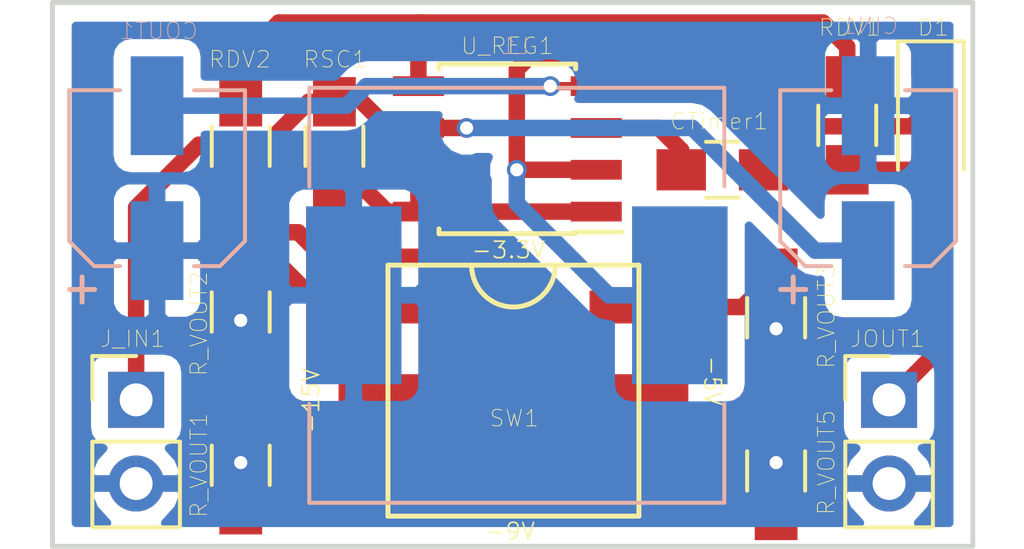
<source format=kicad_pcb>
(kicad_pcb (version 4) (host pcbnew 4.0.7)

  (general
    (links 30)
    (no_connects 0)
    (area 113.997381 60.884999 146.35262 78.97)
    (thickness 1.6)
    (drawings 8)
    (tracks 103)
    (zones 0)
    (modules 16)
    (nets 13)
  )

  (page A4)
  (title_block
    (title "Breadboard MC34063-based Inverting Regulator")
    (date 2018-06-24)
    (rev A)
    (comment 1 "Generates a regulated voltage output in opposite polarity to the input voltage")
    (comment 2 "Selectable Voltages: 3.3V, 5V, 9V, 15V")
  )

  (layers
    (0 F.Cu signal)
    (31 B.Cu signal)
    (32 B.Adhes user hide)
    (33 F.Adhes user hide)
    (34 B.Paste user hide)
    (35 F.Paste user hide)
    (36 B.SilkS user)
    (37 F.SilkS user)
    (38 B.Mask user)
    (39 F.Mask user)
    (40 Dwgs.User user hide)
    (41 Cmts.User user hide)
    (42 Eco1.User user hide)
    (43 Eco2.User user hide)
    (44 Edge.Cuts user)
    (45 Margin user hide)
    (46 B.CrtYd user hide)
    (47 F.CrtYd user hide)
    (48 B.Fab user hide)
    (49 F.Fab user hide)
  )

  (setup
    (last_trace_width 0.5)
    (user_trace_width 0.5)
    (user_trace_width 0.75)
    (user_trace_width 1)
    (trace_clearance 0.2)
    (zone_clearance 0.508)
    (zone_45_only no)
    (trace_min 0.2)
    (segment_width 0.2)
    (edge_width 0.15)
    (via_size 0.6)
    (via_drill 0.4)
    (via_min_size 0.4)
    (via_min_drill 0.3)
    (uvia_size 0.3)
    (uvia_drill 0.1)
    (uvias_allowed no)
    (uvia_min_size 0.2)
    (uvia_min_drill 0.1)
    (pcb_text_width 0.3)
    (pcb_text_size 1.5 1.5)
    (mod_edge_width 0.15)
    (mod_text_size 0.5 0.5)
    (mod_text_width 0.025)
    (pad_size 1.524 1.524)
    (pad_drill 0.762)
    (pad_to_mask_clearance 0.2)
    (aux_axis_origin 0 0)
    (visible_elements 7FFEFFFF)
    (pcbplotparams
      (layerselection 0x010f0_80000001)
      (usegerberextensions false)
      (excludeedgelayer true)
      (linewidth 0.100000)
      (plotframeref false)
      (viasonmask false)
      (mode 1)
      (useauxorigin false)
      (hpglpennumber 1)
      (hpglpenspeed 20)
      (hpglpendiameter 15)
      (hpglpenoverlay 2)
      (psnegative false)
      (psa4output false)
      (plotreference true)
      (plotvalue true)
      (plotinvisibletext false)
      (padsonsilk false)
      (subtractmaskfromsilk false)
      (outputformat 1)
      (mirror false)
      (drillshape 0)
      (scaleselection 1)
      (outputdirectory GERBERS/))
  )

  (net 0 "")
  (net 1 "Net-(CIN1-Pad1)")
  (net 2 /GND)
  (net 3 /VNEG)
  (net 4 "Net-(CTimer1-Pad2)")
  (net 5 "Net-(D1-Pad1)")
  (net 6 "Net-(RDV1-Pad1)")
  (net 7 "Net-(RDV2-Pad2)")
  (net 8 "Net-(RSC1-Pad1)")
  (net 9 "Net-(R_VOUT1-Pad1)")
  (net 10 "Net-(R_VOUT2-Pad1)")
  (net 11 "Net-(R_VOUT3-Pad1)")
  (net 12 "Net-(R_VOUT5-Pad1)")

  (net_class Default "This is the default net class."
    (clearance 0.2)
    (trace_width 0.25)
    (via_dia 0.6)
    (via_drill 0.4)
    (uvia_dia 0.3)
    (uvia_drill 0.1)
    (add_net /GND)
    (add_net /VNEG)
    (add_net "Net-(CIN1-Pad1)")
    (add_net "Net-(CTimer1-Pad2)")
    (add_net "Net-(D1-Pad1)")
    (add_net "Net-(RDV1-Pad1)")
    (add_net "Net-(RDV2-Pad2)")
    (add_net "Net-(RSC1-Pad1)")
    (add_net "Net-(R_VOUT1-Pad1)")
    (add_net "Net-(R_VOUT2-Pad1)")
    (add_net "Net-(R_VOUT3-Pad1)")
    (add_net "Net-(R_VOUT5-Pad1)")
  )

  (module Capacitors_SMD:CP_Elec_5x5.8 (layer B.Cu) (tedit 58AA8B00) (tstamp 5B2FBFC9)
    (at 119.38 66.294 90)
    (descr "SMT capacitor, aluminium electrolytic, 5x5.8")
    (path /5B26D266)
    (attr smd)
    (fp_text reference COUT1 (at 4.4704 0.0508 180) (layer B.SilkS)
      (effects (font (size 0.5 0.5) (thickness 0.025)) (justify mirror))
    )
    (fp_text value 100uF (at 0 3.92 90) (layer B.Fab)
      (effects (font (size 1 1) (thickness 0.15)) (justify mirror))
    )
    (fp_circle (center 0 0) (end 0.1 -2.4) (layer B.Fab) (width 0.1))
    (fp_text user + (at -1.38 0.06 90) (layer B.Fab)
      (effects (font (size 1 1) (thickness 0.15)) (justify mirror))
    )
    (fp_text user + (at -3.38 -2.35 90) (layer B.SilkS)
      (effects (font (size 1 1) (thickness 0.15)) (justify mirror))
    )
    (fp_text user %R (at 0 -3.92 90) (layer B.Fab)
      (effects (font (size 1 1) (thickness 0.15)) (justify mirror))
    )
    (fp_line (start 2.51 -2.51) (end 2.51 2.51) (layer B.Fab) (width 0.1))
    (fp_line (start -1.84 -2.51) (end 2.51 -2.51) (layer B.Fab) (width 0.1))
    (fp_line (start -2.51 -1.84) (end -1.84 -2.51) (layer B.Fab) (width 0.1))
    (fp_line (start -2.51 1.84) (end -2.51 -1.84) (layer B.Fab) (width 0.1))
    (fp_line (start -1.84 2.51) (end -2.51 1.84) (layer B.Fab) (width 0.1))
    (fp_line (start 2.51 2.51) (end -1.84 2.51) (layer B.Fab) (width 0.1))
    (fp_line (start 2.67 -2.67) (end 2.67 -1.12) (layer B.SilkS) (width 0.12))
    (fp_line (start 2.67 2.67) (end 2.67 1.12) (layer B.SilkS) (width 0.12))
    (fp_line (start -2.67 -1.91) (end -2.67 -1.12) (layer B.SilkS) (width 0.12))
    (fp_line (start -2.67 1.91) (end -2.67 1.12) (layer B.SilkS) (width 0.12))
    (fp_line (start 2.67 2.67) (end -1.91 2.67) (layer B.SilkS) (width 0.12))
    (fp_line (start -1.91 2.67) (end -2.67 1.91) (layer B.SilkS) (width 0.12))
    (fp_line (start -2.67 -1.91) (end -1.91 -2.67) (layer B.SilkS) (width 0.12))
    (fp_line (start -1.91 -2.67) (end 2.67 -2.67) (layer B.SilkS) (width 0.12))
    (fp_line (start -3.95 2.77) (end 3.95 2.77) (layer B.CrtYd) (width 0.05))
    (fp_line (start -3.95 2.77) (end -3.95 -2.76) (layer B.CrtYd) (width 0.05))
    (fp_line (start 3.95 -2.76) (end 3.95 2.77) (layer B.CrtYd) (width 0.05))
    (fp_line (start 3.95 -2.76) (end -3.95 -2.76) (layer B.CrtYd) (width 0.05))
    (pad 1 smd rect (at -2.2 0 270) (size 3 1.6) (layers B.Cu B.Paste B.Mask)
      (net 2 /GND))
    (pad 2 smd rect (at 2.2 0 270) (size 3 1.6) (layers B.Cu B.Paste B.Mask)
      (net 3 /VNEG))
    (model Capacitors_SMD.3dshapes/CP_Elec_5x5.8.wrl
      (at (xyz 0 0 0))
      (scale (xyz 1 1 1))
      (rotate (xyz 0 0 180))
    )
  )

  (module Housings_SOIC:SOIC-8_3.9x4.9mm_Pitch1.27mm (layer F.Cu) (tedit 5B2FC46E) (tstamp 5B2FC033)
    (at 130.015 65.405 180)
    (descr "8-Lead Plastic Small Outline (SN) - Narrow, 3.90 mm Body [SOIC] (see Microchip Packaging Specification 00000049BS.pdf)")
    (tags "SOIC 1.27")
    (path /5B26D1A3)
    (attr smd)
    (fp_text reference U_REG1 (at 0 3.1242 180) (layer F.SilkS)
      (effects (font (size 0.5 0.5) (thickness 0.025)))
    )
    (fp_text value MC34063 (at 0 3.5 180) (layer F.Fab)
      (effects (font (size 1 1) (thickness 0.15)))
    )
    (fp_text user %R (at -4.92 -6.985 180) (layer F.Fab) hide
      (effects (font (size 1 1) (thickness 0.15)))
    )
    (fp_line (start -0.95 -2.45) (end 1.95 -2.45) (layer F.Fab) (width 0.1))
    (fp_line (start 1.95 -2.45) (end 1.95 2.45) (layer F.Fab) (width 0.1))
    (fp_line (start 1.95 2.45) (end -1.95 2.45) (layer F.Fab) (width 0.1))
    (fp_line (start -1.95 2.45) (end -1.95 -1.45) (layer F.Fab) (width 0.1))
    (fp_line (start -1.95 -1.45) (end -0.95 -2.45) (layer F.Fab) (width 0.1))
    (fp_line (start -3.73 -2.7) (end -3.73 2.7) (layer F.CrtYd) (width 0.05))
    (fp_line (start 3.73 -2.7) (end 3.73 2.7) (layer F.CrtYd) (width 0.05))
    (fp_line (start -3.73 -2.7) (end 3.73 -2.7) (layer F.CrtYd) (width 0.05))
    (fp_line (start -3.73 2.7) (end 3.73 2.7) (layer F.CrtYd) (width 0.05))
    (fp_line (start -2.075 -2.575) (end -2.075 -2.525) (layer F.SilkS) (width 0.15))
    (fp_line (start 2.075 -2.575) (end 2.075 -2.43) (layer F.SilkS) (width 0.15))
    (fp_line (start 2.075 2.575) (end 2.075 2.43) (layer F.SilkS) (width 0.15))
    (fp_line (start -2.075 2.575) (end -2.075 2.43) (layer F.SilkS) (width 0.15))
    (fp_line (start -2.075 -2.575) (end 2.075 -2.575) (layer F.SilkS) (width 0.15))
    (fp_line (start -2.075 2.575) (end 2.075 2.575) (layer F.SilkS) (width 0.15))
    (fp_line (start -2.075 -2.525) (end -3.475 -2.525) (layer F.SilkS) (width 0.15))
    (pad 1 smd rect (at -2.7 -1.905 180) (size 1.55 0.6) (layers F.Cu F.Paste F.Mask)
      (net 8 "Net-(RSC1-Pad1)"))
    (pad 2 smd rect (at -2.7 -0.635 180) (size 1.55 0.6) (layers F.Cu F.Paste F.Mask)
      (net 5 "Net-(D1-Pad1)"))
    (pad 3 smd rect (at -2.7 0.635 180) (size 1.55 0.6) (layers F.Cu F.Paste F.Mask)
      (net 4 "Net-(CTimer1-Pad2)"))
    (pad 4 smd rect (at -2.7 1.905 180) (size 1.55 0.6) (layers F.Cu F.Paste F.Mask)
      (net 3 /VNEG))
    (pad 5 smd rect (at 2.7 1.905 180) (size 1.55 0.6) (layers F.Cu F.Paste F.Mask)
      (net 6 "Net-(RDV1-Pad1)"))
    (pad 6 smd rect (at 2.7 0.635 180) (size 1.55 0.6) (layers F.Cu F.Paste F.Mask)
      (net 1 "Net-(CIN1-Pad1)"))
    (pad 7 smd rect (at 2.7 -0.635 180) (size 1.55 0.6) (layers F.Cu F.Paste F.Mask)
      (net 8 "Net-(RSC1-Pad1)"))
    (pad 8 smd rect (at 2.7 -1.905 180) (size 1.55 0.6) (layers F.Cu F.Paste F.Mask)
      (net 8 "Net-(RSC1-Pad1)"))
    (model ${KISYS3DMOD}/Housings_SOIC.3dshapes/SOIC-8_3.9x4.9mm_Pitch1.27mm.wrl
      (at (xyz 0 0 0))
      (scale (xyz 1 1 1))
      (rotate (xyz 0 0 0))
    )
  )

  (module Capacitors_SMD:CP_Elec_5x5.8 (layer B.Cu) (tedit 58AA8B00) (tstamp 5B2FBFC3)
    (at 140.97 66.294 90)
    (descr "SMT capacitor, aluminium electrolytic, 5x5.8")
    (path /5B26DA41)
    (attr smd)
    (fp_text reference CIN1 (at 4.6228 0.0508 180) (layer B.SilkS)
      (effects (font (size 0.5 0.5) (thickness 0.025)) (justify mirror))
    )
    (fp_text value 100uF (at 0 3.92 90) (layer B.Fab)
      (effects (font (size 1 1) (thickness 0.15)) (justify mirror))
    )
    (fp_circle (center 0 0) (end 0.1 -2.4) (layer B.Fab) (width 0.1))
    (fp_text user + (at -1.38 0.06 90) (layer B.Fab)
      (effects (font (size 1 1) (thickness 0.15)) (justify mirror))
    )
    (fp_text user + (at -3.38 -2.35 90) (layer B.SilkS)
      (effects (font (size 1 1) (thickness 0.15)) (justify mirror))
    )
    (fp_text user %R (at 0 -3.92 90) (layer B.Fab)
      (effects (font (size 1 1) (thickness 0.15)) (justify mirror))
    )
    (fp_line (start 2.51 -2.51) (end 2.51 2.51) (layer B.Fab) (width 0.1))
    (fp_line (start -1.84 -2.51) (end 2.51 -2.51) (layer B.Fab) (width 0.1))
    (fp_line (start -2.51 -1.84) (end -1.84 -2.51) (layer B.Fab) (width 0.1))
    (fp_line (start -2.51 1.84) (end -2.51 -1.84) (layer B.Fab) (width 0.1))
    (fp_line (start -1.84 2.51) (end -2.51 1.84) (layer B.Fab) (width 0.1))
    (fp_line (start 2.51 2.51) (end -1.84 2.51) (layer B.Fab) (width 0.1))
    (fp_line (start 2.67 -2.67) (end 2.67 -1.12) (layer B.SilkS) (width 0.12))
    (fp_line (start 2.67 2.67) (end 2.67 1.12) (layer B.SilkS) (width 0.12))
    (fp_line (start -2.67 -1.91) (end -2.67 -1.12) (layer B.SilkS) (width 0.12))
    (fp_line (start -2.67 1.91) (end -2.67 1.12) (layer B.SilkS) (width 0.12))
    (fp_line (start 2.67 2.67) (end -1.91 2.67) (layer B.SilkS) (width 0.12))
    (fp_line (start -1.91 2.67) (end -2.67 1.91) (layer B.SilkS) (width 0.12))
    (fp_line (start -2.67 -1.91) (end -1.91 -2.67) (layer B.SilkS) (width 0.12))
    (fp_line (start -1.91 -2.67) (end 2.67 -2.67) (layer B.SilkS) (width 0.12))
    (fp_line (start -3.95 2.77) (end 3.95 2.77) (layer B.CrtYd) (width 0.05))
    (fp_line (start -3.95 2.77) (end -3.95 -2.76) (layer B.CrtYd) (width 0.05))
    (fp_line (start 3.95 -2.76) (end 3.95 2.77) (layer B.CrtYd) (width 0.05))
    (fp_line (start 3.95 -2.76) (end -3.95 -2.76) (layer B.CrtYd) (width 0.05))
    (pad 1 smd rect (at -2.2 0 270) (size 3 1.6) (layers B.Cu B.Paste B.Mask)
      (net 1 "Net-(CIN1-Pad1)"))
    (pad 2 smd rect (at 2.2 0 270) (size 3 1.6) (layers B.Cu B.Paste B.Mask)
      (net 2 /GND))
    (model Capacitors_SMD.3dshapes/CP_Elec_5x5.8.wrl
      (at (xyz 0 0 0))
      (scale (xyz 1 1 1))
      (rotate (xyz 0 0 180))
    )
  )

  (module Capacitors_SMD:C_0805_HandSoldering (layer F.Cu) (tedit 58AA84A8) (tstamp 5B2FBFCF)
    (at 136.545 66.04 180)
    (descr "Capacitor SMD 0805, hand soldering")
    (tags "capacitor 0805")
    (path /5B2FC691)
    (attr smd)
    (fp_text reference CTimer1 (at 0.0962 1.4732 180) (layer F.SilkS)
      (effects (font (size 0.5 0.5) (thickness 0.025)))
    )
    (fp_text value 220pF (at 0 1.75 180) (layer F.Fab)
      (effects (font (size 1 1) (thickness 0.15)))
    )
    (fp_text user %R (at 0 -1.75 180) (layer F.Fab)
      (effects (font (size 1 1) (thickness 0.15)))
    )
    (fp_line (start -1 0.62) (end -1 -0.62) (layer F.Fab) (width 0.1))
    (fp_line (start 1 0.62) (end -1 0.62) (layer F.Fab) (width 0.1))
    (fp_line (start 1 -0.62) (end 1 0.62) (layer F.Fab) (width 0.1))
    (fp_line (start -1 -0.62) (end 1 -0.62) (layer F.Fab) (width 0.1))
    (fp_line (start 0.5 -0.85) (end -0.5 -0.85) (layer F.SilkS) (width 0.12))
    (fp_line (start -0.5 0.85) (end 0.5 0.85) (layer F.SilkS) (width 0.12))
    (fp_line (start -2.25 -0.88) (end 2.25 -0.88) (layer F.CrtYd) (width 0.05))
    (fp_line (start -2.25 -0.88) (end -2.25 0.87) (layer F.CrtYd) (width 0.05))
    (fp_line (start 2.25 0.87) (end 2.25 -0.88) (layer F.CrtYd) (width 0.05))
    (fp_line (start 2.25 0.87) (end -2.25 0.87) (layer F.CrtYd) (width 0.05))
    (pad 1 smd rect (at -1.25 0 180) (size 1.5 1.25) (layers F.Cu F.Paste F.Mask)
      (net 3 /VNEG))
    (pad 2 smd rect (at 1.25 0 180) (size 1.5 1.25) (layers F.Cu F.Paste F.Mask)
      (net 4 "Net-(CTimer1-Pad2)"))
    (model Capacitors_SMD.3dshapes/C_0805.wrl
      (at (xyz 0 0 0))
      (scale (xyz 1 1 1))
      (rotate (xyz 0 0 0))
    )
  )

  (module Diodes_SMD:D_SOD-123 (layer F.Cu) (tedit 58645DC7) (tstamp 5B2FBFD5)
    (at 142.875 64.39 270)
    (descr SOD-123)
    (tags SOD-123)
    (path /5B26D32C)
    (attr smd)
    (fp_text reference D1 (at -2.668 -0.0762 360) (layer F.SilkS)
      (effects (font (size 0.5 0.5) (thickness 0.025)))
    )
    (fp_text value 1N5819 (at 0 2.1 270) (layer F.Fab)
      (effects (font (size 1 1) (thickness 0.15)))
    )
    (fp_text user %R (at 0 -2 270) (layer F.Fab)
      (effects (font (size 1 1) (thickness 0.15)))
    )
    (fp_line (start -2.25 -1) (end -2.25 1) (layer F.SilkS) (width 0.12))
    (fp_line (start 0.25 0) (end 0.75 0) (layer F.Fab) (width 0.1))
    (fp_line (start 0.25 0.4) (end -0.35 0) (layer F.Fab) (width 0.1))
    (fp_line (start 0.25 -0.4) (end 0.25 0.4) (layer F.Fab) (width 0.1))
    (fp_line (start -0.35 0) (end 0.25 -0.4) (layer F.Fab) (width 0.1))
    (fp_line (start -0.35 0) (end -0.35 0.55) (layer F.Fab) (width 0.1))
    (fp_line (start -0.35 0) (end -0.35 -0.55) (layer F.Fab) (width 0.1))
    (fp_line (start -0.75 0) (end -0.35 0) (layer F.Fab) (width 0.1))
    (fp_line (start -1.4 0.9) (end -1.4 -0.9) (layer F.Fab) (width 0.1))
    (fp_line (start 1.4 0.9) (end -1.4 0.9) (layer F.Fab) (width 0.1))
    (fp_line (start 1.4 -0.9) (end 1.4 0.9) (layer F.Fab) (width 0.1))
    (fp_line (start -1.4 -0.9) (end 1.4 -0.9) (layer F.Fab) (width 0.1))
    (fp_line (start -2.35 -1.15) (end 2.35 -1.15) (layer F.CrtYd) (width 0.05))
    (fp_line (start 2.35 -1.15) (end 2.35 1.15) (layer F.CrtYd) (width 0.05))
    (fp_line (start 2.35 1.15) (end -2.35 1.15) (layer F.CrtYd) (width 0.05))
    (fp_line (start -2.35 -1.15) (end -2.35 1.15) (layer F.CrtYd) (width 0.05))
    (fp_line (start -2.25 1) (end 1.65 1) (layer F.SilkS) (width 0.12))
    (fp_line (start -2.25 -1) (end 1.65 -1) (layer F.SilkS) (width 0.12))
    (pad 1 smd rect (at -1.65 0 270) (size 0.9 1.2) (layers F.Cu F.Paste F.Mask)
      (net 5 "Net-(D1-Pad1)"))
    (pad 2 smd rect (at 1.65 0 270) (size 0.9 1.2) (layers F.Cu F.Paste F.Mask)
      (net 3 /VNEG))
    (model ${KISYS3DMOD}/Diodes_SMD.3dshapes/D_SOD-123.wrl
      (at (xyz 0 0 0))
      (scale (xyz 1 1 1))
      (rotate (xyz 0 0 0))
    )
  )

  (module Pin_Headers:Pin_Header_Straight_1x02_Pitch2.54mm (layer F.Cu) (tedit 59650532) (tstamp 5B2FBFDB)
    (at 141.605 73.025)
    (descr "Through hole straight pin header, 1x02, 2.54mm pitch, single row")
    (tags "Through hole pin header THT 1x02 2.54mm single row")
    (path /5B2E7A23)
    (fp_text reference JOUT1 (at -0.0508 -1.8542) (layer F.SilkS)
      (effects (font (size 0.5 0.5) (thickness 0.025)))
    )
    (fp_text value Conn_01x02 (at 0 4.87) (layer F.Fab)
      (effects (font (size 1 1) (thickness 0.15)))
    )
    (fp_line (start -0.635 -1.27) (end 1.27 -1.27) (layer F.Fab) (width 0.1))
    (fp_line (start 1.27 -1.27) (end 1.27 3.81) (layer F.Fab) (width 0.1))
    (fp_line (start 1.27 3.81) (end -1.27 3.81) (layer F.Fab) (width 0.1))
    (fp_line (start -1.27 3.81) (end -1.27 -0.635) (layer F.Fab) (width 0.1))
    (fp_line (start -1.27 -0.635) (end -0.635 -1.27) (layer F.Fab) (width 0.1))
    (fp_line (start -1.33 3.87) (end 1.33 3.87) (layer F.SilkS) (width 0.12))
    (fp_line (start -1.33 1.27) (end -1.33 3.87) (layer F.SilkS) (width 0.12))
    (fp_line (start 1.33 1.27) (end 1.33 3.87) (layer F.SilkS) (width 0.12))
    (fp_line (start -1.33 1.27) (end 1.33 1.27) (layer F.SilkS) (width 0.12))
    (fp_line (start -1.33 0) (end -1.33 -1.33) (layer F.SilkS) (width 0.12))
    (fp_line (start -1.33 -1.33) (end 0 -1.33) (layer F.SilkS) (width 0.12))
    (fp_line (start -1.8 -1.8) (end -1.8 4.35) (layer F.CrtYd) (width 0.05))
    (fp_line (start -1.8 4.35) (end 1.8 4.35) (layer F.CrtYd) (width 0.05))
    (fp_line (start 1.8 4.35) (end 1.8 -1.8) (layer F.CrtYd) (width 0.05))
    (fp_line (start 1.8 -1.8) (end -1.8 -1.8) (layer F.CrtYd) (width 0.05))
    (fp_text user %R (at 0 1.27 90) (layer F.Fab)
      (effects (font (size 1 1) (thickness 0.15)))
    )
    (pad 1 thru_hole rect (at 0 0) (size 1.7 1.7) (drill 1) (layers *.Cu *.Mask)
      (net 3 /VNEG))
    (pad 2 thru_hole oval (at 0 2.54) (size 1.7 1.7) (drill 1) (layers *.Cu *.Mask)
      (net 2 /GND))
    (model ${KISYS3DMOD}/Pin_Headers.3dshapes/Pin_Header_Straight_1x02_Pitch2.54mm.wrl
      (at (xyz 0 0 0))
      (scale (xyz 1 1 1))
      (rotate (xyz 0 0 0))
    )
  )

  (module Pin_Headers:Pin_Header_Straight_1x02_Pitch2.54mm (layer F.Cu) (tedit 59650532) (tstamp 5B2FBFE1)
    (at 118.745 73.025)
    (descr "Through hole straight pin header, 1x02, 2.54mm pitch, single row")
    (tags "Through hole pin header THT 1x02 2.54mm single row")
    (path /5B26FC88)
    (fp_text reference J_IN1 (at -0.1016 -1.8542) (layer F.SilkS)
      (effects (font (size 0.5 0.5) (thickness 0.025)))
    )
    (fp_text value Conn_01x02 (at 0 4.87) (layer F.Fab)
      (effects (font (size 1 1) (thickness 0.15)))
    )
    (fp_line (start -0.635 -1.27) (end 1.27 -1.27) (layer F.Fab) (width 0.1))
    (fp_line (start 1.27 -1.27) (end 1.27 3.81) (layer F.Fab) (width 0.1))
    (fp_line (start 1.27 3.81) (end -1.27 3.81) (layer F.Fab) (width 0.1))
    (fp_line (start -1.27 3.81) (end -1.27 -0.635) (layer F.Fab) (width 0.1))
    (fp_line (start -1.27 -0.635) (end -0.635 -1.27) (layer F.Fab) (width 0.1))
    (fp_line (start -1.33 3.87) (end 1.33 3.87) (layer F.SilkS) (width 0.12))
    (fp_line (start -1.33 1.27) (end -1.33 3.87) (layer F.SilkS) (width 0.12))
    (fp_line (start 1.33 1.27) (end 1.33 3.87) (layer F.SilkS) (width 0.12))
    (fp_line (start -1.33 1.27) (end 1.33 1.27) (layer F.SilkS) (width 0.12))
    (fp_line (start -1.33 0) (end -1.33 -1.33) (layer F.SilkS) (width 0.12))
    (fp_line (start -1.33 -1.33) (end 0 -1.33) (layer F.SilkS) (width 0.12))
    (fp_line (start -1.8 -1.8) (end -1.8 4.35) (layer F.CrtYd) (width 0.05))
    (fp_line (start -1.8 4.35) (end 1.8 4.35) (layer F.CrtYd) (width 0.05))
    (fp_line (start 1.8 4.35) (end 1.8 -1.8) (layer F.CrtYd) (width 0.05))
    (fp_line (start 1.8 -1.8) (end -1.8 -1.8) (layer F.CrtYd) (width 0.05))
    (fp_text user %R (at -0.517619 1.27 90) (layer F.Fab)
      (effects (font (size 1 1) (thickness 0.15)))
    )
    (pad 1 thru_hole rect (at 0 0) (size 1.7 1.7) (drill 1) (layers *.Cu *.Mask)
      (net 1 "Net-(CIN1-Pad1)"))
    (pad 2 thru_hole oval (at 0 2.54) (size 1.7 1.7) (drill 1) (layers *.Cu *.Mask)
      (net 2 /GND))
    (model ${KISYS3DMOD}/Pin_Headers.3dshapes/Pin_Header_Straight_1x02_Pitch2.54mm.wrl
      (at (xyz 0 0 0))
      (scale (xyz 1 1 1))
      (rotate (xyz 0 0 0))
    )
  )

  (module Inductors_SMD:L_12x12mm_h8mm (layer B.Cu) (tedit 5990349C) (tstamp 5B2FBFE7)
    (at 130.302 69.85)
    (descr "Choke, SMD, 12x12mm 8mm height")
    (tags "Choke SMD")
    (path /5B26D2FA)
    (attr smd)
    (fp_text reference L1 (at -0.0508 -7.5692) (layer B.SilkS)
      (effects (font (size 0.5 0.5) (thickness 0.025)) (justify mirror))
    )
    (fp_text value 100uH (at 0 -7.6) (layer B.Fab)
      (effects (font (size 1 1) (thickness 0.15)) (justify mirror))
    )
    (fp_text user %R (at 0 0) (layer F.Fab)
      (effects (font (size 1 1) (thickness 0.15)))
    )
    (fp_line (start 6.3 -3.3) (end 6.3 -6.3) (layer B.SilkS) (width 0.12))
    (fp_line (start 6.3 -6.3) (end -6.3 -6.3) (layer B.SilkS) (width 0.12))
    (fp_line (start -6.3 -6.3) (end -6.3 -3.3) (layer B.SilkS) (width 0.12))
    (fp_line (start -6.3 3.3) (end -6.3 6.3) (layer B.SilkS) (width 0.12))
    (fp_line (start -6.3 6.3) (end 6.3 6.3) (layer B.SilkS) (width 0.12))
    (fp_line (start 6.3 6.3) (end 6.3 3.3) (layer B.SilkS) (width 0.12))
    (fp_line (start -6.86 6.6) (end 6.86 6.6) (layer B.CrtYd) (width 0.05))
    (fp_line (start 6.86 6.6) (end 6.86 -6.6) (layer B.CrtYd) (width 0.05))
    (fp_line (start 6.86 -6.6) (end -6.86 -6.6) (layer B.CrtYd) (width 0.05))
    (fp_line (start -6.86 -6.6) (end -6.86 6.6) (layer B.CrtYd) (width 0.05))
    (fp_line (start 4.9 -3.3) (end 5 -3.4) (layer B.Fab) (width 0.1))
    (fp_line (start 5 -3.4) (end 5.1 -3.8) (layer B.Fab) (width 0.1))
    (fp_line (start 5.1 -3.8) (end 5 -4.3) (layer B.Fab) (width 0.1))
    (fp_line (start 5 -4.3) (end 4.8 -4.6) (layer B.Fab) (width 0.1))
    (fp_line (start 4.8 -4.6) (end 4.5 -5) (layer B.Fab) (width 0.1))
    (fp_line (start 4.5 -5) (end 4 -5.1) (layer B.Fab) (width 0.1))
    (fp_line (start 4 -5.1) (end 3.5 -5) (layer B.Fab) (width 0.1))
    (fp_line (start 3.5 -5) (end 3.1 -4.7) (layer B.Fab) (width 0.1))
    (fp_line (start 3.1 -4.7) (end 3 -4.6) (layer B.Fab) (width 0.1))
    (fp_line (start 3 -4.6) (end 2.4 -5) (layer B.Fab) (width 0.1))
    (fp_line (start 2.4 -5) (end 1.6 -5.3) (layer B.Fab) (width 0.1))
    (fp_line (start 1.6 -5.3) (end 0.6 -5.5) (layer B.Fab) (width 0.1))
    (fp_line (start 0.6 -5.5) (end -0.6 -5.5) (layer B.Fab) (width 0.1))
    (fp_line (start -0.6 -5.5) (end -1.5 -5.3) (layer B.Fab) (width 0.1))
    (fp_line (start -1.5 -5.3) (end -2.1 -5.1) (layer B.Fab) (width 0.1))
    (fp_line (start -2.1 -5.1) (end -2.6 -4.9) (layer B.Fab) (width 0.1))
    (fp_line (start -2.6 -4.9) (end -3 -4.7) (layer B.Fab) (width 0.1))
    (fp_line (start -3 -4.7) (end -3.3 -4.9) (layer B.Fab) (width 0.1))
    (fp_line (start -3.3 -4.9) (end -3.9 -5.1) (layer B.Fab) (width 0.1))
    (fp_line (start -3.9 -5.1) (end -4.3 -5) (layer B.Fab) (width 0.1))
    (fp_line (start -4.3 -5) (end -4.6 -4.8) (layer B.Fab) (width 0.1))
    (fp_line (start -4.6 -4.8) (end -4.9 -4.6) (layer B.Fab) (width 0.1))
    (fp_line (start -4.9 -4.6) (end -5.1 -4.1) (layer B.Fab) (width 0.1))
    (fp_line (start -5.1 -4.1) (end -5 -3.6) (layer B.Fab) (width 0.1))
    (fp_line (start -5 -3.6) (end -4.8 -3.2) (layer B.Fab) (width 0.1))
    (fp_line (start 4.9 3.3) (end 5 3.6) (layer B.Fab) (width 0.1))
    (fp_line (start 5 3.6) (end 5.1 4) (layer B.Fab) (width 0.1))
    (fp_line (start 5.1 4) (end 5 4.3) (layer B.Fab) (width 0.1))
    (fp_line (start 5 4.3) (end 4.8 4.7) (layer B.Fab) (width 0.1))
    (fp_line (start 4.8 4.7) (end 4.5 4.9) (layer B.Fab) (width 0.1))
    (fp_line (start 4.5 4.9) (end 4.2 5.1) (layer B.Fab) (width 0.1))
    (fp_line (start 4.2 5.1) (end 3.9 5.1) (layer B.Fab) (width 0.1))
    (fp_line (start 3.9 5.1) (end 3.6 5) (layer B.Fab) (width 0.1))
    (fp_line (start 3.6 5) (end 3.3 4.9) (layer B.Fab) (width 0.1))
    (fp_line (start 3.3 4.9) (end 3 4.6) (layer B.Fab) (width 0.1))
    (fp_line (start 3 4.6) (end 2.6 4.9) (layer B.Fab) (width 0.1))
    (fp_line (start 2.6 4.9) (end 2.2 5.1) (layer B.Fab) (width 0.1))
    (fp_line (start 2.2 5.1) (end 1.7 5.3) (layer B.Fab) (width 0.1))
    (fp_line (start 1.7 5.3) (end 0.9 5.5) (layer B.Fab) (width 0.1))
    (fp_line (start 0.9 5.5) (end 0 5.6) (layer B.Fab) (width 0.1))
    (fp_line (start 0 5.6) (end -0.8 5.5) (layer B.Fab) (width 0.1))
    (fp_line (start -0.8 5.5) (end -1.7 5.3) (layer B.Fab) (width 0.1))
    (fp_line (start -1.7 5.3) (end -2.6 4.9) (layer B.Fab) (width 0.1))
    (fp_line (start -2.6 4.9) (end -3 4.7) (layer B.Fab) (width 0.1))
    (fp_line (start -3 4.7) (end -3.3 4.9) (layer B.Fab) (width 0.1))
    (fp_line (start -3.3 4.9) (end -3.7 5.1) (layer B.Fab) (width 0.1))
    (fp_line (start -3.7 5.1) (end -4.2 5) (layer B.Fab) (width 0.1))
    (fp_line (start -4.2 5) (end -4.6 4.8) (layer B.Fab) (width 0.1))
    (fp_line (start -4.6 4.8) (end -4.9 4.5) (layer B.Fab) (width 0.1))
    (fp_line (start -4.9 4.5) (end -5.1 4) (layer B.Fab) (width 0.1))
    (fp_line (start -5.1 4) (end -5 3.5) (layer B.Fab) (width 0.1))
    (fp_line (start -5 3.5) (end -4.8 3.2) (layer B.Fab) (width 0.1))
    (fp_line (start -6.2 -3.3) (end -6.2 -6.2) (layer B.Fab) (width 0.1))
    (fp_line (start -6.2 -6.2) (end 6.2 -6.2) (layer B.Fab) (width 0.1))
    (fp_line (start 6.2 -6.2) (end 6.2 -3.3) (layer B.Fab) (width 0.1))
    (fp_line (start 6.2 6.2) (end -6.2 6.2) (layer B.Fab) (width 0.1))
    (fp_line (start -6.2 6.2) (end -6.2 3.3) (layer B.Fab) (width 0.1))
    (fp_line (start 6.2 6.2) (end 6.2 3.3) (layer B.Fab) (width 0.1))
    (fp_circle (center 0 0) (end 0.9 0) (layer B.Adhes) (width 0.38))
    (fp_circle (center 0 0) (end 0.55 0) (layer B.Adhes) (width 0.38))
    (fp_circle (center 0 0) (end 0.15 -0.15) (layer B.Adhes) (width 0.38))
    (fp_circle (center -2.1 -3) (end -1.8 -3.25) (layer B.Fab) (width 0.1))
    (pad 1 smd rect (at -4.95 0) (size 2.9 5.4) (layers B.Cu B.Paste B.Mask)
      (net 2 /GND))
    (pad 2 smd rect (at 4.95 0) (size 2.9 5.4) (layers B.Cu B.Paste B.Mask)
      (net 5 "Net-(D1-Pad1)"))
    (model ${KISYS3DMOD}/Inductors_SMD.3dshapes/L_12x12mm_h8mm.wrl
      (at (xyz 0 0 0))
      (scale (xyz 4 4 4))
      (rotate (xyz 0 0 0))
    )
  )

  (module Resistors_SMD:R_0805_HandSoldering (layer F.Cu) (tedit 58E0A804) (tstamp 5B2FBFED)
    (at 140.335 64.69 270)
    (descr "Resistor SMD 0805, hand soldering")
    (tags "resistor 0805")
    (path /5B27085E)
    (attr smd)
    (fp_text reference RDV1 (at -2.968 -0.0762 360) (layer F.SilkS)
      (effects (font (size 0.5 0.5) (thickness 0.025)))
    )
    (fp_text value 10K (at 0 1.75 270) (layer F.Fab)
      (effects (font (size 1 1) (thickness 0.15)))
    )
    (fp_text user %R (at 0 0 270) (layer F.Fab)
      (effects (font (size 0.5 0.5) (thickness 0.075)))
    )
    (fp_line (start -1 0.62) (end -1 -0.62) (layer F.Fab) (width 0.1))
    (fp_line (start 1 0.62) (end -1 0.62) (layer F.Fab) (width 0.1))
    (fp_line (start 1 -0.62) (end 1 0.62) (layer F.Fab) (width 0.1))
    (fp_line (start -1 -0.62) (end 1 -0.62) (layer F.Fab) (width 0.1))
    (fp_line (start 0.6 0.88) (end -0.6 0.88) (layer F.SilkS) (width 0.12))
    (fp_line (start -0.6 -0.88) (end 0.6 -0.88) (layer F.SilkS) (width 0.12))
    (fp_line (start -2.35 -0.9) (end 2.35 -0.9) (layer F.CrtYd) (width 0.05))
    (fp_line (start -2.35 -0.9) (end -2.35 0.9) (layer F.CrtYd) (width 0.05))
    (fp_line (start 2.35 0.9) (end 2.35 -0.9) (layer F.CrtYd) (width 0.05))
    (fp_line (start 2.35 0.9) (end -2.35 0.9) (layer F.CrtYd) (width 0.05))
    (pad 1 smd rect (at -1.35 0 270) (size 1.5 1.3) (layers F.Cu F.Paste F.Mask)
      (net 6 "Net-(RDV1-Pad1)"))
    (pad 2 smd rect (at 1.35 0 270) (size 1.5 1.3) (layers F.Cu F.Paste F.Mask)
      (net 3 /VNEG))
    (model ${KISYS3DMOD}/Resistors_SMD.3dshapes/R_0805.wrl
      (at (xyz 0 0 0))
      (scale (xyz 1 1 1))
      (rotate (xyz 0 0 0))
    )
  )

  (module Resistors_SMD:R_0805_HandSoldering (layer F.Cu) (tedit 58E0A804) (tstamp 5B2FBFF3)
    (at 121.92 65.325 270)
    (descr "Resistor SMD 0805, hand soldering")
    (tags "resistor 0805")
    (path /5B2E8F45)
    (attr smd)
    (fp_text reference RDV2 (at -2.6378 0.0254 360) (layer F.SilkS)
      (effects (font (size 0.5 0.5) (thickness 0.025)))
    )
    (fp_text value 1K (at 0 1.75 270) (layer F.Fab)
      (effects (font (size 1 1) (thickness 0.15)))
    )
    (fp_text user %R (at 0 0 270) (layer F.Fab)
      (effects (font (size 0.5 0.5) (thickness 0.075)))
    )
    (fp_line (start -1 0.62) (end -1 -0.62) (layer F.Fab) (width 0.1))
    (fp_line (start 1 0.62) (end -1 0.62) (layer F.Fab) (width 0.1))
    (fp_line (start 1 -0.62) (end 1 0.62) (layer F.Fab) (width 0.1))
    (fp_line (start -1 -0.62) (end 1 -0.62) (layer F.Fab) (width 0.1))
    (fp_line (start 0.6 0.88) (end -0.6 0.88) (layer F.SilkS) (width 0.12))
    (fp_line (start -0.6 -0.88) (end 0.6 -0.88) (layer F.SilkS) (width 0.12))
    (fp_line (start -2.35 -0.9) (end 2.35 -0.9) (layer F.CrtYd) (width 0.05))
    (fp_line (start -2.35 -0.9) (end -2.35 0.9) (layer F.CrtYd) (width 0.05))
    (fp_line (start 2.35 0.9) (end 2.35 -0.9) (layer F.CrtYd) (width 0.05))
    (fp_line (start 2.35 0.9) (end -2.35 0.9) (layer F.CrtYd) (width 0.05))
    (pad 1 smd rect (at -1.35 0 270) (size 1.5 1.3) (layers F.Cu F.Paste F.Mask)
      (net 6 "Net-(RDV1-Pad1)"))
    (pad 2 smd rect (at 1.35 0 270) (size 1.5 1.3) (layers F.Cu F.Paste F.Mask)
      (net 7 "Net-(RDV2-Pad2)"))
    (model ${KISYS3DMOD}/Resistors_SMD.3dshapes/R_0805.wrl
      (at (xyz 0 0 0))
      (scale (xyz 1 1 1))
      (rotate (xyz 0 0 0))
    )
  )

  (module Resistors_SMD:R_0805_HandSoldering (layer F.Cu) (tedit 58E0A804) (tstamp 5B2FBFF9)
    (at 124.7648 65.325 90)
    (descr "Resistor SMD 0805, hand soldering")
    (tags "resistor 0805")
    (path /5B2FC159)
    (attr smd)
    (fp_text reference RSC1 (at 2.6378 0.0254 180) (layer F.SilkS)
      (effects (font (size 0.5 0.5) (thickness 0.025)))
    )
    (fp_text value 0.5R (at 0 1.75 90) (layer F.Fab)
      (effects (font (size 1 1) (thickness 0.15)))
    )
    (fp_text user %R (at 0 0 90) (layer F.Fab)
      (effects (font (size 0.5 0.5) (thickness 0.075)))
    )
    (fp_line (start -1 0.62) (end -1 -0.62) (layer F.Fab) (width 0.1))
    (fp_line (start 1 0.62) (end -1 0.62) (layer F.Fab) (width 0.1))
    (fp_line (start 1 -0.62) (end 1 0.62) (layer F.Fab) (width 0.1))
    (fp_line (start -1 -0.62) (end 1 -0.62) (layer F.Fab) (width 0.1))
    (fp_line (start 0.6 0.88) (end -0.6 0.88) (layer F.SilkS) (width 0.12))
    (fp_line (start -0.6 -0.88) (end 0.6 -0.88) (layer F.SilkS) (width 0.12))
    (fp_line (start -2.35 -0.9) (end 2.35 -0.9) (layer F.CrtYd) (width 0.05))
    (fp_line (start -2.35 -0.9) (end -2.35 0.9) (layer F.CrtYd) (width 0.05))
    (fp_line (start 2.35 0.9) (end 2.35 -0.9) (layer F.CrtYd) (width 0.05))
    (fp_line (start 2.35 0.9) (end -2.35 0.9) (layer F.CrtYd) (width 0.05))
    (pad 1 smd rect (at -1.35 0 90) (size 1.5 1.3) (layers F.Cu F.Paste F.Mask)
      (net 8 "Net-(RSC1-Pad1)"))
    (pad 2 smd rect (at 1.35 0 90) (size 1.5 1.3) (layers F.Cu F.Paste F.Mask)
      (net 1 "Net-(CIN1-Pad1)"))
    (model ${KISYS3DMOD}/Resistors_SMD.3dshapes/R_0805.wrl
      (at (xyz 0 0 0))
      (scale (xyz 1 1 1))
      (rotate (xyz 0 0 0))
    )
  )

  (module Resistors_SMD:R_0805_HandSoldering (layer F.Cu) (tedit 58E0A804) (tstamp 5B2FBFFF)
    (at 121.92 75.01 90)
    (descr "Resistor SMD 0805, hand soldering")
    (tags "resistor 0805")
    (path /5B2728C1)
    (attr smd)
    (fp_text reference R_VOUT1 (at 0 -1.27 90) (layer F.SilkS)
      (effects (font (size 0.5 0.5) (thickness 0.025)))
    )
    (fp_text value 16K (at 0 1.75 90) (layer F.Fab)
      (effects (font (size 1 1) (thickness 0.15)))
    )
    (fp_text user %R (at 0 0 90) (layer F.Fab)
      (effects (font (size 0.5 0.5) (thickness 0.075)))
    )
    (fp_line (start -1 0.62) (end -1 -0.62) (layer F.Fab) (width 0.1))
    (fp_line (start 1 0.62) (end -1 0.62) (layer F.Fab) (width 0.1))
    (fp_line (start 1 -0.62) (end 1 0.62) (layer F.Fab) (width 0.1))
    (fp_line (start -1 -0.62) (end 1 -0.62) (layer F.Fab) (width 0.1))
    (fp_line (start 0.6 0.88) (end -0.6 0.88) (layer F.SilkS) (width 0.12))
    (fp_line (start -0.6 -0.88) (end 0.6 -0.88) (layer F.SilkS) (width 0.12))
    (fp_line (start -2.35 -0.9) (end 2.35 -0.9) (layer F.CrtYd) (width 0.05))
    (fp_line (start -2.35 -0.9) (end -2.35 0.9) (layer F.CrtYd) (width 0.05))
    (fp_line (start 2.35 0.9) (end 2.35 -0.9) (layer F.CrtYd) (width 0.05))
    (fp_line (start 2.35 0.9) (end -2.35 0.9) (layer F.CrtYd) (width 0.05))
    (pad 1 smd rect (at -1.35 0 90) (size 1.5 1.3) (layers F.Cu F.Paste F.Mask)
      (net 9 "Net-(R_VOUT1-Pad1)"))
    (pad 2 smd rect (at 1.35 0 90) (size 1.5 1.3) (layers F.Cu F.Paste F.Mask)
      (net 2 /GND))
    (model ${KISYS3DMOD}/Resistors_SMD.3dshapes/R_0805.wrl
      (at (xyz 0 0 0))
      (scale (xyz 1 1 1))
      (rotate (xyz 0 0 0))
    )
  )

  (module Resistors_SMD:R_0805_HandSoldering (layer F.Cu) (tedit 58E0A804) (tstamp 5B2FC005)
    (at 121.92 70.358 270)
    (descr "Resistor SMD 0805, hand soldering")
    (tags "resistor 0805")
    (path /5B270D97)
    (attr smd)
    (fp_text reference R_VOUT2 (at 0.3556 1.27 270) (layer F.SilkS)
      (effects (font (size 0.5 0.5) (thickness 0.025)))
    )
    (fp_text value 30K (at 0 1.75 270) (layer F.Fab)
      (effects (font (size 1 1) (thickness 0.15)))
    )
    (fp_text user %R (at 0 0 270) (layer F.Fab)
      (effects (font (size 0.5 0.5) (thickness 0.075)))
    )
    (fp_line (start -1 0.62) (end -1 -0.62) (layer F.Fab) (width 0.1))
    (fp_line (start 1 0.62) (end -1 0.62) (layer F.Fab) (width 0.1))
    (fp_line (start 1 -0.62) (end 1 0.62) (layer F.Fab) (width 0.1))
    (fp_line (start -1 -0.62) (end 1 -0.62) (layer F.Fab) (width 0.1))
    (fp_line (start 0.6 0.88) (end -0.6 0.88) (layer F.SilkS) (width 0.12))
    (fp_line (start -0.6 -0.88) (end 0.6 -0.88) (layer F.SilkS) (width 0.12))
    (fp_line (start -2.35 -0.9) (end 2.35 -0.9) (layer F.CrtYd) (width 0.05))
    (fp_line (start -2.35 -0.9) (end -2.35 0.9) (layer F.CrtYd) (width 0.05))
    (fp_line (start 2.35 0.9) (end 2.35 -0.9) (layer F.CrtYd) (width 0.05))
    (fp_line (start 2.35 0.9) (end -2.35 0.9) (layer F.CrtYd) (width 0.05))
    (pad 1 smd rect (at -1.35 0 270) (size 1.5 1.3) (layers F.Cu F.Paste F.Mask)
      (net 10 "Net-(R_VOUT2-Pad1)"))
    (pad 2 smd rect (at 1.35 0 270) (size 1.5 1.3) (layers F.Cu F.Paste F.Mask)
      (net 2 /GND))
    (model ${KISYS3DMOD}/Resistors_SMD.3dshapes/R_0805.wrl
      (at (xyz 0 0 0))
      (scale (xyz 1 1 1))
      (rotate (xyz 0 0 0))
    )
  )

  (module Resistors_SMD:R_0805_HandSoldering (layer F.Cu) (tedit 58E0A804) (tstamp 5B2FC00B)
    (at 138.176 70.532 270)
    (descr "Resistor SMD 0805, hand soldering")
    (tags "resistor 0805")
    (path /5B270E4C)
    (attr smd)
    (fp_text reference R_VOUT3 (at -0.047 -1.524 270) (layer F.SilkS)
      (effects (font (size 0.5 0.5) (thickness 0.025)))
    )
    (fp_text value 60K (at 0 1.75 270) (layer F.Fab)
      (effects (font (size 1 1) (thickness 0.15)))
    )
    (fp_text user %R (at 0 0 270) (layer F.Fab)
      (effects (font (size 0.5 0.5) (thickness 0.075)))
    )
    (fp_line (start -1 0.62) (end -1 -0.62) (layer F.Fab) (width 0.1))
    (fp_line (start 1 0.62) (end -1 0.62) (layer F.Fab) (width 0.1))
    (fp_line (start 1 -0.62) (end 1 0.62) (layer F.Fab) (width 0.1))
    (fp_line (start -1 -0.62) (end 1 -0.62) (layer F.Fab) (width 0.1))
    (fp_line (start 0.6 0.88) (end -0.6 0.88) (layer F.SilkS) (width 0.12))
    (fp_line (start -0.6 -0.88) (end 0.6 -0.88) (layer F.SilkS) (width 0.12))
    (fp_line (start -2.35 -0.9) (end 2.35 -0.9) (layer F.CrtYd) (width 0.05))
    (fp_line (start -2.35 -0.9) (end -2.35 0.9) (layer F.CrtYd) (width 0.05))
    (fp_line (start 2.35 0.9) (end 2.35 -0.9) (layer F.CrtYd) (width 0.05))
    (fp_line (start 2.35 0.9) (end -2.35 0.9) (layer F.CrtYd) (width 0.05))
    (pad 1 smd rect (at -1.35 0 270) (size 1.5 1.3) (layers F.Cu F.Paste F.Mask)
      (net 11 "Net-(R_VOUT3-Pad1)"))
    (pad 2 smd rect (at 1.35 0 270) (size 1.5 1.3) (layers F.Cu F.Paste F.Mask)
      (net 2 /GND))
    (model ${KISYS3DMOD}/Resistors_SMD.3dshapes/R_0805.wrl
      (at (xyz 0 0 0))
      (scale (xyz 1 1 1))
      (rotate (xyz 0 0 0))
    )
  )

  (module Resistors_SMD:R_0805_HandSoldering (layer F.Cu) (tedit 58E0A804) (tstamp 5B2FC017)
    (at 138.176 75.184 90)
    (descr "Resistor SMD 0805, hand soldering")
    (tags "resistor 0805")
    (path /5B2712C8)
    (attr smd)
    (fp_text reference R_VOUT5 (at 0.254 1.524 270) (layer F.SilkS)
      (effects (font (size 0.5 0.5) (thickness 0.025)))
    )
    (fp_text value 112K (at 0 1.75 90) (layer F.Fab)
      (effects (font (size 1 1) (thickness 0.15)))
    )
    (fp_text user %R (at 0 0 90) (layer F.Fab)
      (effects (font (size 0.5 0.5) (thickness 0.075)))
    )
    (fp_line (start -1 0.62) (end -1 -0.62) (layer F.Fab) (width 0.1))
    (fp_line (start 1 0.62) (end -1 0.62) (layer F.Fab) (width 0.1))
    (fp_line (start 1 -0.62) (end 1 0.62) (layer F.Fab) (width 0.1))
    (fp_line (start -1 -0.62) (end 1 -0.62) (layer F.Fab) (width 0.1))
    (fp_line (start 0.6 0.88) (end -0.6 0.88) (layer F.SilkS) (width 0.12))
    (fp_line (start -0.6 -0.88) (end 0.6 -0.88) (layer F.SilkS) (width 0.12))
    (fp_line (start -2.35 -0.9) (end 2.35 -0.9) (layer F.CrtYd) (width 0.05))
    (fp_line (start -2.35 -0.9) (end -2.35 0.9) (layer F.CrtYd) (width 0.05))
    (fp_line (start 2.35 0.9) (end 2.35 -0.9) (layer F.CrtYd) (width 0.05))
    (fp_line (start 2.35 0.9) (end -2.35 0.9) (layer F.CrtYd) (width 0.05))
    (pad 1 smd rect (at -1.35 0 90) (size 1.5 1.3) (layers F.Cu F.Paste F.Mask)
      (net 12 "Net-(R_VOUT5-Pad1)"))
    (pad 2 smd rect (at 1.35 0 90) (size 1.5 1.3) (layers F.Cu F.Paste F.Mask)
      (net 2 /GND))
    (model ${KISYS3DMOD}/Resistors_SMD.3dshapes/R_0805.wrl
      (at (xyz 0 0 0))
      (scale (xyz 1 1 1))
      (rotate (xyz 0 0 0))
    )
  )

  (module RotarySW_CTS_SERIES_220AD_04_THT_4Position:RotarySW_CTS_SERIES_220AD_04_SMT_4Position (layer F.Cu) (tedit 5B2FC75C) (tstamp 5B2FC9C6)
    (at 130.2004 72.7456)
    (path /5B2E851A)
    (fp_text reference SW1 (at 0.0254 0.8382) (layer F.SilkS)
      (effects (font (size 0.5 0.5) (thickness 0.025)))
    )
    (fp_text value SW_Rotary4 (at -0.0381 -7.62) (layer F.Fab)
      (effects (font (size 1 1) (thickness 0.15)))
    )
    (fp_circle (center 0 0) (end 0 1.5) (layer Dwgs.User) (width 0.15))
    (fp_arc (start 0 -3.81) (end 1.27 -3.81) (angle 180) (layer F.SilkS) (width 0.15))
    (fp_line (start -3.81 3.81) (end -3.81 -3.81) (layer F.SilkS) (width 0.15))
    (fp_line (start 3.81 3.81) (end -3.81 3.81) (layer F.SilkS) (width 0.15))
    (fp_line (start 3.81 -3.81) (end 3.81 3.81) (layer F.SilkS) (width 0.15))
    (fp_line (start -3.81 -3.81) (end 3.81 -3.81) (layer F.SilkS) (width 0.15))
    (pad 4 smd rect (at -3.81 0) (size 3 1) (layers F.Cu F.Paste F.Mask)
      (net 7 "Net-(RDV2-Pad2)"))
    (pad 4 smd rect (at 3.81 0) (size 3 1) (layers F.Cu F.Paste F.Mask)
      (net 7 "Net-(RDV2-Pad2)"))
    (pad 0 smd rect (at -3.81 2.54 180) (size 3 1) (layers F.Cu F.Paste F.Mask)
      (net 9 "Net-(R_VOUT1-Pad1)"))
    (pad 3 smd rect (at 3.81 2.54) (size 3 1) (layers F.Cu F.Paste F.Mask)
      (net 12 "Net-(R_VOUT5-Pad1)"))
    (pad 2 smd rect (at 3.81 -2.54) (size 3 1) (layers F.Cu F.Paste F.Mask)
      (net 11 "Net-(R_VOUT3-Pad1)"))
    (pad 1 smd rect (at -3.81 -2.54) (size 3 1) (layers F.Cu F.Paste F.Mask)
      (net 10 "Net-(R_VOUT2-Pad1)"))
  )

  (gr_text -15V (at 124.0536 73.0504 90) (layer F.SilkS) (tstamp 5B2FD661)
    (effects (font (size 0.5 0.5) (thickness 0.05)))
  )
  (gr_text -9V (at 130.0988 77.0128) (layer F.SilkS) (tstamp 5B2FD660)
    (effects (font (size 0.5 0.5) (thickness 0.05)))
  )
  (gr_text -5V (at 136.2456 72.4408 270) (layer F.SilkS) (tstamp 5B2FD65F)
    (effects (font (size 0.5 0.5) (thickness 0.05)))
  )
  (gr_text -3.3V (at 130.048 68.4784) (layer F.SilkS)
    (effects (font (size 0.5 0.5) (thickness 0.05)))
  )
  (gr_line (start 116.205 77.47) (end 116.205 60.96) (layer Edge.Cuts) (width 0.15))
  (gr_line (start 144.145 77.47) (end 116.205 77.47) (layer Edge.Cuts) (width 0.15))
  (gr_line (start 144.145 60.96) (end 144.145 77.47) (layer Edge.Cuts) (width 0.15))
  (gr_line (start 116.205 60.96) (end 144.145 60.96) (layer Edge.Cuts) (width 0.15))

  (segment (start 118.745 73.025) (end 118.745 67.183) (width 0.5) (layer F.Cu) (net 1))
  (segment (start 118.745 67.183) (end 120.65 65.278) (width 0.5) (layer F.Cu) (net 1))
  (segment (start 122.682 65.278) (end 123.985 63.975) (width 0.5) (layer F.Cu) (net 1))
  (segment (start 123.985 63.975) (end 124.7648 63.975) (width 0.5) (layer F.Cu) (net 1))
  (segment (start 120.65 65.278) (end 122.682 65.278) (width 0.5) (layer F.Cu) (net 1))
  (segment (start 124.7648 63.975) (end 124.8334 63.9064) (width 0.5) (layer F.Cu) (net 1))
  (segment (start 124.8334 63.9064) (end 125.5268 63.9064) (width 0.5) (layer F.Cu) (net 1))
  (segment (start 125.5268 63.9064) (end 126.3904 64.77) (width 0.5) (layer F.Cu) (net 1))
  (segment (start 126.3904 64.77) (end 127.315 64.77) (width 0.5) (layer F.Cu) (net 1))
  (segment (start 135.636 64.77) (end 139.36 68.494) (width 0.5) (layer B.Cu) (net 1))
  (segment (start 139.36 68.494) (end 140.97 68.494) (width 0.5) (layer B.Cu) (net 1))
  (segment (start 128.778 64.77) (end 135.636 64.77) (width 0.5) (layer B.Cu) (net 1))
  (segment (start 127.315 64.77) (end 128.778 64.77) (width 0.5) (layer F.Cu) (net 1))
  (segment (start 125.095 64.075) (end 125.095 63.975) (width 0.5) (layer F.Cu) (net 1))
  (via (at 128.778 64.77) (size 0.6) (drill 0.4) (layers F.Cu B.Cu) (net 1))
  (segment (start 121.92 74.929986) (end 121.920014 74.93) (width 0.5) (layer F.Cu) (net 2))
  (segment (start 121.92 73.66) (end 121.92 74.929986) (width 0.5) (layer F.Cu) (net 2))
  (via (at 121.920014 74.93) (size 0.6) (drill 0.4) (layers F.Cu B.Cu) (net 2))
  (segment (start 121.92 71.708) (end 121.92 70.612004) (width 0.5) (layer F.Cu) (net 2))
  (via (at 121.92 70.612004) (size 0.6) (drill 0.4) (layers F.Cu B.Cu) (net 2))
  (segment (start 138.175998 71.290262) (end 138.175998 70.865998) (width 0.5) (layer F.Cu) (net 2))
  (segment (start 138.176 71.882) (end 138.175998 71.881998) (width 0.5) (layer F.Cu) (net 2))
  (segment (start 138.175998 71.881998) (end 138.175998 71.290262) (width 0.5) (layer F.Cu) (net 2))
  (via (at 138.175998 70.865998) (size 0.6) (drill 0.4) (layers F.Cu B.Cu) (net 2))
  (via (at 138.176 74.93) (size 0.6) (drill 0.4) (layers F.Cu B.Cu) (net 2))
  (segment (start 138.176 73.834) (end 138.176 74.93) (width 0.5) (layer F.Cu) (net 2))
  (segment (start 142.875 66.04) (end 142.875 71.755) (width 0.5) (layer F.Cu) (net 3))
  (segment (start 142.875 71.755) (end 141.605 73.025) (width 0.5) (layer F.Cu) (net 3))
  (segment (start 137.795 66.04) (end 137.795 64.915) (width 0.5) (layer F.Cu) (net 3))
  (segment (start 137.795 64.915) (end 136.38 63.5) (width 0.5) (layer F.Cu) (net 3))
  (segment (start 136.38 63.5) (end 133.99 63.5) (width 0.5) (layer F.Cu) (net 3))
  (segment (start 133.99 63.5) (end 132.715 63.5) (width 0.5) (layer F.Cu) (net 3))
  (segment (start 140.335 66.04) (end 137.795 66.04) (width 0.5) (layer F.Cu) (net 3))
  (segment (start 142.875 66.04) (end 140.335 66.04) (width 0.5) (layer F.Cu) (net 3))
  (segment (start 125.136 64.094) (end 125.73 63.5) (width 0.5) (layer B.Cu) (net 3))
  (segment (start 125.73 63.5) (end 131.318 63.5) (width 0.5) (layer B.Cu) (net 3))
  (segment (start 119.38 64.094) (end 125.136 64.094) (width 0.5) (layer B.Cu) (net 3))
  (segment (start 131.318 63.5) (end 132.715 63.5) (width 0.25) (layer F.Cu) (net 3))
  (via (at 131.318 63.5) (size 0.6) (drill 0.4) (layers F.Cu B.Cu) (net 3))
  (segment (start 135.368 63.5) (end 135.128 63.5) (width 0.25) (layer F.Cu) (net 3))
  (segment (start 135.128 63.5) (end 133.74 63.5) (width 0.25) (layer F.Cu) (net 3))
  (segment (start 133.74 63.5) (end 132.715 63.5) (width 0.25) (layer F.Cu) (net 3))
  (segment (start 140.335 66.04) (end 140.208 66.04) (width 0.25) (layer F.Cu) (net 3))
  (segment (start 135.295 66.04) (end 135.295 65.445) (width 0.5) (layer F.Cu) (net 4))
  (segment (start 135.295 65.445) (end 134.62 64.77) (width 0.5) (layer F.Cu) (net 4))
  (segment (start 134.62 64.77) (end 132.715 64.77) (width 0.5) (layer F.Cu) (net 4))
  (segment (start 142.875 62.74) (end 142.875 64.135) (width 0.5) (layer F.Cu) (net 5))
  (segment (start 142.875 64.135) (end 142.2908 64.7192) (width 0.5) (layer F.Cu) (net 5))
  (segment (start 142.2908 64.7192) (end 139.3952 64.7192) (width 0.5) (layer F.Cu) (net 5))
  (segment (start 139.3952 64.7192) (end 137.22701 62.55101) (width 0.5) (layer F.Cu) (net 5))
  (segment (start 137.22701 62.55101) (end 130.74299 62.55101) (width 0.5) (layer F.Cu) (net 5))
  (segment (start 130.81 62.55101) (end 137.16 62.484) (width 0.25) (layer F.Cu) (net 5))
  (segment (start 139.3444 64.6684) (end 139.7 64.6684) (width 0.25) (layer F.Cu) (net 5))
  (segment (start 130.302 66.548) (end 130.302 66.04) (width 0.5) (layer B.Cu) (net 5))
  (segment (start 130.302 66.04) (end 130.302 62.992) (width 0.5) (layer F.Cu) (net 5))
  (segment (start 130.302 66.04) (end 132.715 66.04) (width 0.5) (layer F.Cu) (net 5))
  (segment (start 130.302 62.992) (end 130.74299 62.55101) (width 0.5) (layer F.Cu) (net 5))
  (segment (start 130.74299 62.55101) (end 130.81 62.55101) (width 0.5) (layer F.Cu) (net 5))
  (segment (start 130.302 67.056) (end 133.096 69.85) (width 0.5) (layer B.Cu) (net 5))
  (segment (start 133.096 69.85) (end 135.252 69.85) (width 0.5) (layer B.Cu) (net 5))
  (segment (start 130.302 66.548) (end 130.302 67.056) (width 0.5) (layer B.Cu) (net 5))
  (via (at 130.302 66.04) (size 0.6) (drill 0.4) (layers F.Cu B.Cu) (net 5))
  (segment (start 142.75 62.74) (end 142.875 62.74) (width 0.25) (layer F.Cu) (net 5))
  (segment (start 121.92 63.975) (end 121.92 62.725) (width 0.5) (layer F.Cu) (net 6))
  (segment (start 121.92 62.725) (end 123.0754 61.5696) (width 0.5) (layer F.Cu) (net 6))
  (segment (start 123.0754 61.5696) (end 123.2408 61.5696) (width 0.5) (layer F.Cu) (net 6))
  (segment (start 140.335 63.34) (end 140.335 62.3062) (width 0.5) (layer F.Cu) (net 6))
  (segment (start 140.335 62.3062) (end 139.5984 61.5696) (width 0.5) (layer F.Cu) (net 6))
  (segment (start 139.5984 61.5696) (end 127.3048 61.5696) (width 0.5) (layer F.Cu) (net 6))
  (segment (start 127.3048 61.5696) (end 127.315 61.5798) (width 0.5) (layer F.Cu) (net 6))
  (segment (start 127.315 61.5798) (end 127.315 63.5) (width 0.5) (layer F.Cu) (net 6))
  (segment (start 123.2408 61.5696) (end 127.508 61.5696) (width 0.5) (layer F.Cu) (net 6))
  (segment (start 123.664799 67.937199) (end 123.082199 67.937199) (width 0.5) (layer F.Cu) (net 7))
  (segment (start 123.082199 67.937199) (end 121.92 66.775) (width 0.5) (layer F.Cu) (net 7))
  (segment (start 121.92 66.775) (end 121.92 66.675) (width 0.5) (layer F.Cu) (net 7))
  (segment (start 123.664799 67.937199) (end 124.4092 68.6816) (width 0.5) (layer F.Cu) (net 7))
  (segment (start 124.4092 68.6816) (end 128.1176 68.6816) (width 0.5) (layer F.Cu) (net 7))
  (segment (start 128.1176 68.6816) (end 128.778 69.342) (width 0.5) (layer F.Cu) (net 7))
  (segment (start 126.365 73.025) (end 133.985 73.025) (width 0.5) (layer F.Cu) (net 7))
  (segment (start 133.985 73.025) (end 128.778 73.025) (width 0.25) (layer F.Cu) (net 7))
  (segment (start 128.778 73.025) (end 126.365 73.025) (width 0.25) (layer F.Cu) (net 7))
  (segment (start 128.778 69.342) (end 128.778 73.025) (width 0.5) (layer F.Cu) (net 7))
  (segment (start 128.778 69.342) (end 128.778 72.362) (width 0.25) (layer F.Cu) (net 7))
  (segment (start 128.115 73.025) (end 126.365 73.025) (width 0.25) (layer F.Cu) (net 7))
  (segment (start 127.315 67.31) (end 126.365 67.31) (width 0.5) (layer F.Cu) (net 8))
  (segment (start 126.365 67.31) (end 125.73 66.675) (width 0.5) (layer F.Cu) (net 8))
  (segment (start 125.73 66.675) (end 125.095 66.675) (width 0.5) (layer F.Cu) (net 8))
  (segment (start 127.315 67.31) (end 128.59 67.31) (width 0.5) (layer F.Cu) (net 8))
  (segment (start 128.59 67.31) (end 132.715 67.31) (width 0.5) (layer F.Cu) (net 8))
  (segment (start 127.315 67.31) (end 127.315 66.04) (width 0.5) (layer F.Cu) (net 8))
  (segment (start 127.21 65.935) (end 127.315 66.04) (width 0.25) (layer F.Cu) (net 8))
  (segment (start 124.1044 75.2856) (end 124.1044 75.3256) (width 0.5) (layer F.Cu) (net 9))
  (segment (start 124.1044 75.3256) (end 123.07 76.36) (width 0.5) (layer F.Cu) (net 9))
  (segment (start 123.07 76.36) (end 121.92 76.36) (width 0.5) (layer F.Cu) (net 9))
  (segment (start 126.3904 75.2856) (end 124.1044 75.2856) (width 0.5) (layer F.Cu) (net 9))
  (segment (start 126.3904 70.2056) (end 124.3904 70.2056) (width 0.5) (layer F.Cu) (net 10))
  (segment (start 124.3904 70.2056) (end 123.1928 69.008) (width 0.5) (layer F.Cu) (net 10))
  (segment (start 123.1928 69.008) (end 121.92 69.008) (width 0.5) (layer F.Cu) (net 10))
  (segment (start 134.0104 70.2056) (end 137.1524 70.2056) (width 0.5) (layer F.Cu) (net 11))
  (segment (start 137.1524 70.2056) (end 138.176 69.182) (width 0.5) (layer F.Cu) (net 11))
  (segment (start 138.176 76.534) (end 136.2588 76.534) (width 0.5) (layer F.Cu) (net 12))
  (segment (start 136.2588 76.534) (end 135.0104 75.2856) (width 0.5) (layer F.Cu) (net 12))
  (segment (start 135.0104 75.2856) (end 134.0104 75.2856) (width 0.5) (layer F.Cu) (net 12))

  (zone (net 2) (net_name /GND) (layer B.Cu) (tstamp 0) (hatch edge 0.508)
    (connect_pads (clearance 0.508))
    (min_thickness 0.254)
    (fill yes (arc_segments 16) (thermal_gap 0.508) (thermal_bridge_width 0.508))
    (polygon
      (pts
        (xy 116.205 60.96) (xy 116.205 77.47) (xy 144.145 77.47) (xy 144.145 60.96)
      )
    )
    (filled_polygon
      (pts
        (xy 143.435 76.76) (xy 142.486525 76.76) (xy 142.876645 76.331924) (xy 143.046476 75.92189) (xy 142.925155 75.692)
        (xy 141.732 75.692) (xy 141.732 75.712) (xy 141.478 75.712) (xy 141.478 75.692) (xy 140.284845 75.692)
        (xy 140.163524 75.92189) (xy 140.333355 76.331924) (xy 140.723475 76.76) (xy 119.626525 76.76) (xy 120.016645 76.331924)
        (xy 120.186476 75.92189) (xy 120.065155 75.692) (xy 118.872 75.692) (xy 118.872 75.712) (xy 118.618 75.712)
        (xy 118.618 75.692) (xy 117.424845 75.692) (xy 117.303524 75.92189) (xy 117.473355 76.331924) (xy 117.863475 76.76)
        (xy 116.915 76.76) (xy 116.915 72.175) (xy 117.24756 72.175) (xy 117.24756 73.875) (xy 117.291838 74.110317)
        (xy 117.43091 74.326441) (xy 117.64311 74.471431) (xy 117.751107 74.493301) (xy 117.473355 74.798076) (xy 117.303524 75.20811)
        (xy 117.424845 75.438) (xy 118.618 75.438) (xy 118.618 75.418) (xy 118.872 75.418) (xy 118.872 75.438)
        (xy 120.065155 75.438) (xy 120.186476 75.20811) (xy 120.016645 74.798076) (xy 119.740499 74.495063) (xy 119.830317 74.478162)
        (xy 120.046441 74.33909) (xy 120.191431 74.12689) (xy 120.24244 73.875) (xy 120.24244 72.175) (xy 120.198162 71.939683)
        (xy 120.05909 71.723559) (xy 119.84689 71.578569) (xy 119.595 71.52756) (xy 117.895 71.52756) (xy 117.659683 71.571838)
        (xy 117.443559 71.71091) (xy 117.298569 71.92311) (xy 117.24756 72.175) (xy 116.915 72.175) (xy 116.915 68.77975)
        (xy 117.945 68.77975) (xy 117.945 70.120309) (xy 118.041673 70.353698) (xy 118.220301 70.532327) (xy 118.45369 70.629)
        (xy 119.09425 70.629) (xy 119.253 70.47025) (xy 119.253 68.621) (xy 119.507 68.621) (xy 119.507 70.47025)
        (xy 119.66575 70.629) (xy 120.30631 70.629) (xy 120.539699 70.532327) (xy 120.718327 70.353698) (xy 120.808604 70.13575)
        (xy 123.267 70.13575) (xy 123.267 72.67631) (xy 123.363673 72.909699) (xy 123.542302 73.088327) (xy 123.775691 73.185)
        (xy 125.06625 73.185) (xy 125.225 73.02625) (xy 125.225 69.977) (xy 125.479 69.977) (xy 125.479 73.02625)
        (xy 125.63775 73.185) (xy 126.928309 73.185) (xy 127.161698 73.088327) (xy 127.340327 72.909699) (xy 127.437 72.67631)
        (xy 127.437 70.13575) (xy 127.27825 69.977) (xy 125.479 69.977) (xy 125.225 69.977) (xy 123.42575 69.977)
        (xy 123.267 70.13575) (xy 120.808604 70.13575) (xy 120.815 70.120309) (xy 120.815 68.77975) (xy 120.65625 68.621)
        (xy 119.507 68.621) (xy 119.253 68.621) (xy 118.10375 68.621) (xy 117.945 68.77975) (xy 116.915 68.77975)
        (xy 116.915 66.867691) (xy 117.945 66.867691) (xy 117.945 68.20825) (xy 118.10375 68.367) (xy 119.253 68.367)
        (xy 119.253 66.51775) (xy 119.507 66.51775) (xy 119.507 68.367) (xy 120.65625 68.367) (xy 120.815 68.20825)
        (xy 120.815 67.02369) (xy 123.267 67.02369) (xy 123.267 69.56425) (xy 123.42575 69.723) (xy 125.225 69.723)
        (xy 125.225 66.67375) (xy 125.479 66.67375) (xy 125.479 69.723) (xy 127.27825 69.723) (xy 127.437 69.56425)
        (xy 127.437 67.02369) (xy 127.340327 66.790301) (xy 127.161698 66.611673) (xy 126.928309 66.515) (xy 125.63775 66.515)
        (xy 125.479 66.67375) (xy 125.225 66.67375) (xy 125.06625 66.515) (xy 123.775691 66.515) (xy 123.542302 66.611673)
        (xy 123.363673 66.790301) (xy 123.267 67.02369) (xy 120.815 67.02369) (xy 120.815 66.867691) (xy 120.718327 66.634302)
        (xy 120.539699 66.455673) (xy 120.30631 66.359) (xy 119.66575 66.359) (xy 119.507 66.51775) (xy 119.253 66.51775)
        (xy 119.09425 66.359) (xy 118.45369 66.359) (xy 118.220301 66.455673) (xy 118.041673 66.634302) (xy 117.945 66.867691)
        (xy 116.915 66.867691) (xy 116.915 62.594) (xy 117.93256 62.594) (xy 117.93256 65.594) (xy 117.976838 65.829317)
        (xy 118.11591 66.045441) (xy 118.32811 66.190431) (xy 118.58 66.24144) (xy 120.18 66.24144) (xy 120.415317 66.197162)
        (xy 120.631441 66.05809) (xy 120.776431 65.84589) (xy 120.82744 65.594) (xy 120.82744 64.979) (xy 125.135995 64.979)
        (xy 125.136 64.979001) (xy 125.418484 64.92281) (xy 125.474675 64.911633) (xy 125.76179 64.71979) (xy 126.096579 64.385)
        (xy 127.925463 64.385) (xy 127.843162 64.583201) (xy 127.842838 64.955167) (xy 127.984883 65.298943) (xy 128.247673 65.562192)
        (xy 128.591201 65.704838) (xy 128.963167 65.705162) (xy 129.084569 65.655) (xy 129.449463 65.655) (xy 129.367162 65.853201)
        (xy 129.366838 66.225167) (xy 129.417 66.346569) (xy 129.417 67.055995) (xy 129.416999 67.056) (xy 129.47319 67.338484)
        (xy 129.484367 67.394675) (xy 129.67621 67.68179) (xy 132.470208 70.475787) (xy 132.47021 70.47579) (xy 132.757325 70.667633)
        (xy 132.813516 70.67881) (xy 133.096 70.735001) (xy 133.096005 70.735) (xy 133.15456 70.735) (xy 133.15456 72.55)
        (xy 133.198838 72.785317) (xy 133.33791 73.001441) (xy 133.55011 73.146431) (xy 133.802 73.19744) (xy 136.702 73.19744)
        (xy 136.937317 73.153162) (xy 137.153441 73.01409) (xy 137.298431 72.80189) (xy 137.34944 72.55) (xy 137.34944 72.175)
        (xy 140.10756 72.175) (xy 140.10756 73.875) (xy 140.151838 74.110317) (xy 140.29091 74.326441) (xy 140.50311 74.471431)
        (xy 140.611107 74.493301) (xy 140.333355 74.798076) (xy 140.163524 75.20811) (xy 140.284845 75.438) (xy 141.478 75.438)
        (xy 141.478 75.418) (xy 141.732 75.418) (xy 141.732 75.438) (xy 142.925155 75.438) (xy 143.046476 75.20811)
        (xy 142.876645 74.798076) (xy 142.600499 74.495063) (xy 142.690317 74.478162) (xy 142.906441 74.33909) (xy 143.051431 74.12689)
        (xy 143.10244 73.875) (xy 143.10244 72.175) (xy 143.058162 71.939683) (xy 142.91909 71.723559) (xy 142.70689 71.578569)
        (xy 142.455 71.52756) (xy 140.755 71.52756) (xy 140.519683 71.571838) (xy 140.303559 71.71091) (xy 140.158569 71.92311)
        (xy 140.10756 72.175) (xy 137.34944 72.175) (xy 137.34944 67.735019) (xy 138.734208 69.119787) (xy 138.73421 69.11979)
        (xy 139.021325 69.311633) (xy 139.36 69.379) (xy 139.52256 69.379) (xy 139.52256 69.994) (xy 139.566838 70.229317)
        (xy 139.70591 70.445441) (xy 139.91811 70.590431) (xy 140.17 70.64144) (xy 141.77 70.64144) (xy 142.005317 70.597162)
        (xy 142.221441 70.45809) (xy 142.366431 70.24589) (xy 142.41744 69.994) (xy 142.41744 66.994) (xy 142.373162 66.758683)
        (xy 142.23409 66.542559) (xy 142.02189 66.397569) (xy 141.77 66.34656) (xy 140.17 66.34656) (xy 139.934683 66.390838)
        (xy 139.718559 66.52991) (xy 139.573569 66.74211) (xy 139.52256 66.994) (xy 139.52256 67.404981) (xy 136.49733 64.37975)
        (xy 139.535 64.37975) (xy 139.535 65.720309) (xy 139.631673 65.953698) (xy 139.810301 66.132327) (xy 140.04369 66.229)
        (xy 140.68425 66.229) (xy 140.843 66.07025) (xy 140.843 64.221) (xy 141.097 64.221) (xy 141.097 66.07025)
        (xy 141.25575 66.229) (xy 141.89631 66.229) (xy 142.129699 66.132327) (xy 142.308327 65.953698) (xy 142.405 65.720309)
        (xy 142.405 64.37975) (xy 142.24625 64.221) (xy 141.097 64.221) (xy 140.843 64.221) (xy 139.69375 64.221)
        (xy 139.535 64.37975) (xy 136.49733 64.37975) (xy 136.26179 64.14421) (xy 136.186645 64.094) (xy 135.974675 63.952367)
        (xy 135.918484 63.94119) (xy 135.636 63.884999) (xy 135.635995 63.885) (xy 132.170537 63.885) (xy 132.252838 63.686799)
        (xy 132.253162 63.314833) (xy 132.111117 62.971057) (xy 131.848327 62.707808) (xy 131.504799 62.565162) (xy 131.132833 62.564838)
        (xy 131.011431 62.615) (xy 125.730005 62.615) (xy 125.73 62.614999) (xy 125.447516 62.67119) (xy 125.391325 62.682367)
        (xy 125.10421 62.87421) (xy 125.104208 62.874213) (xy 124.76942 63.209) (xy 120.82744 63.209) (xy 120.82744 62.594)
        (xy 120.803674 62.467691) (xy 139.535 62.467691) (xy 139.535 63.80825) (xy 139.69375 63.967) (xy 140.843 63.967)
        (xy 140.843 62.11775) (xy 141.097 62.11775) (xy 141.097 63.967) (xy 142.24625 63.967) (xy 142.405 63.80825)
        (xy 142.405 62.467691) (xy 142.308327 62.234302) (xy 142.129699 62.055673) (xy 141.89631 61.959) (xy 141.25575 61.959)
        (xy 141.097 62.11775) (xy 140.843 62.11775) (xy 140.68425 61.959) (xy 140.04369 61.959) (xy 139.810301 62.055673)
        (xy 139.631673 62.234302) (xy 139.535 62.467691) (xy 120.803674 62.467691) (xy 120.783162 62.358683) (xy 120.64409 62.142559)
        (xy 120.43189 61.997569) (xy 120.18 61.94656) (xy 118.58 61.94656) (xy 118.344683 61.990838) (xy 118.128559 62.12991)
        (xy 117.983569 62.34211) (xy 117.93256 62.594) (xy 116.915 62.594) (xy 116.915 61.67) (xy 143.435 61.67)
      )
    )
  )
)

</source>
